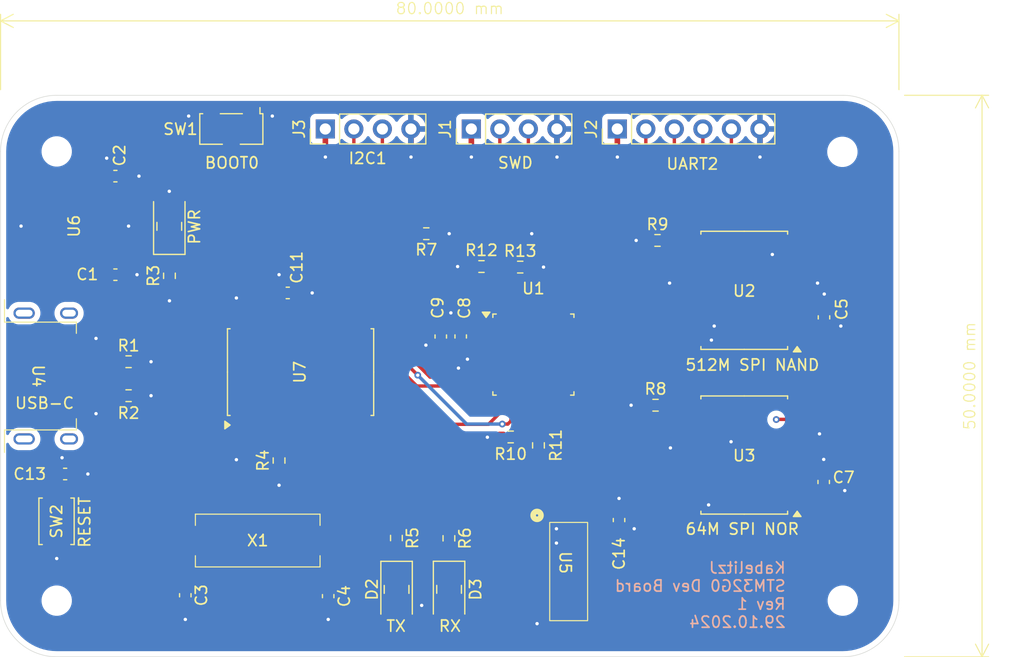
<source format=kicad_pcb>
(kicad_pcb (version 20240108) (generator "pcbnew") (generator_version "8.0")
  (layers (0 "F.Cu" signal) (1 "In1.Cu" signal) (2 "In2.Cu" signal) (31 "B.Cu" signal) (34 "B.Paste" user) (35 "F.Paste" user) (36 "B.SilkS" user "B.Silkscreen") (37 "F.SilkS" user "F.Silkscreen") (38 "B.Mask" user) (39 "F.Mask" user) (44 "Edge.Cuts" user))
  (net 0 "")
  (net 1 "GND")
  (net 2 "+3.3V")
  (net 3 "NRST")
  (net 4 "BOOT0")
  (net 9 "FLASH_CS")
  (net 19 "SWDIO")
  (net 20 "+5V_USB")
  (net 21 "USB_D+")
  (net 28 "SPI1_SCK")
  (net 29 "SPI1_MOSI")
  (net 30 "SPI1_MISO")
  (net 32 "/UART/RST")
  (net 33 "USB_D-")
  (net 34 "I2C1_SDA")
  (net 35 "I2C1_SCL")
  (net 36 "Net-(U3-HOLD(IO_{3}))")
  (net 37 "/UART/OSC1")
  (net 38 "/UART/OSC2")
  (net 39 "Net-(D2-A)")
  (net 40 "Net-(D3-A)")
  (net 41 "UART1_RX")
  (net 42 "UART1_RTS")
  (net 43 "UART1_CTS")
  (net 44 "UART1_TX")
  (net 45 "Net-(U2-HOLD(IO_{3}))")
  (net 46 "UART2_RTS")
  (net 47 "UART2_TX")
  (net 48 "UART2_RX")
  (net 49 "UART2_CTS")
  (net 62 "/UART/TX_LED")
  (net 63 "/UART/RX_LED")
  (net 64 "/POWER_SUPPLY/PWR_LED")
  (net 65 "/POWER_SUPPLY/CC")
  (net 66 "FLASH_NOR_CS")
  (net 67 "Net-(U6-IN)")
  (net 68 "/FLASH/SPI1_MISO")
  (footprint "Capacitor_SMD:C_0603_1608Metric" (layer "F.Cu") (at 163.325 99.775 90)
    (property "Reference" "C5")
    (property "Value" "220n")
  )
  (footprint "Resistor_SMD:R_0603_1608Metric" (layer "F.Cu") (at 148.325 107.6)
    (property "Reference" "R8")
    (property "Value" "10k")
  )
  (footprint "Resistor_SMD:R_0603_1608Metric" (layer "F.Cu") (at 105.04 96.075 90)
    (property "Reference" "R3")
    (property "Value" "2k2")
  )
  (footprint "Capacitor_SMD:C_0603_1608Metric" (layer "F.Cu") (at 95.75 113.725 180)
    (property "Reference" "C13")
    (property "Value" "C")
  )
  (footprint "Capacitor_SMD:C_0603_1608Metric" (layer "F.Cu") (at 106.45 124.52 -90)
    (property "Reference" "C3")
    (property "Value" "C")
  )
  (footprint "Capacitor_SMD:C_0603_1608Metric" (layer "F.Cu") (at 145.075 117.825 90)
    (property "Reference" "C14")
    (property "Value" "C")
  )
  (footprint "Connector_PinHeader_2.54mm:PinHeader_1x06_P2.54mm_Vertical" (layer "F.Cu") (at 144.92 83 90)
    (property "Reference" "J2")
    (property "Value" "Conn_01x06_Pin" (hide yes))
  )
  (footprint "Capacitor_SMD:C_0603_1608Metric" (layer "F.Cu") (at 100.225 95.975)
    (property "Reference" "C1")
    (property "Value" "1u")
  )
  (footprint "Resistor_SMD:R_0603_1608Metric" (layer "F.Cu") (at 135.425 110.425 180)
    (property "Reference" "R10")
    (property "Value" "56k")
  )
  (footprint "Connector_PinHeader_2.54mm:PinHeader_1x04_P2.54mm_Vertical" (layer "F.Cu") (at 118.92 83 90)
    (property "Reference" "J3")
    (property "Value" "Conn_01x04_Pin" (hide yes))
  )
  (footprint "Resistor_SMD:R_0603_1608Metric" (layer "F.Cu") (at 148.5 92.925)
    (property "Reference" "R9")
    (property "Value" "10k")
  )
  (footprint "Button_Switch_SMD:Nidec_Copal_CAS-120A" (layer "F.Cu") (at 110.55 83 -90)
    (property "Reference" "SW1")
    (property "Value" "SW_Nidec_CAS-120A1" (hide yes))
  )
  (footprint "LED_SMD:LED_PLCC-2_3x2mm_AK" (layer "F.Cu") (at 129.94 123.995 -90)
    (property "Reference" "D3")
    (property "Value" "LED")
  )
  (footprint "Capacitor_SMD:C_0603_1608Metric" (layer "F.Cu") (at 130.975 101.475 90)
    (property "Reference" "C8")
    (property "Value" "100u")
  )
  (footprint "MountingHole:MountingHole_2.2mm_M2" (layer "F.Cu") (at 164.964466 85.035534)
    (property "Reference" "H2" (hide yes))
    (property "Value" "MountingHole" (hide yes))
  )
  (footprint "Capacitor_SMD:C_0603_1608Metric" (layer "F.Cu") (at 163.3 114.435 90)
    (property "Reference" "C7")
    (property "Value" "220n")
  )
  (footprint "Resistor_SMD:R_0603_1608Metric" (layer "F.Cu") (at 129.925 119.45 -90)
    (property "Reference" "R6")
    (property "Value" "R")
  )
  (footprint "Capacitor_SMD:C_0603_1608Metric" (layer "F.Cu") (at 100.225 87.2)
    (property "Reference" "C2")
    (property "Value" "10u")
  )
  (footprint "LED_SMD:LED_PLCC-2_3x2mm_AK" (layer "F.Cu") (at 105.025 91.67 90)
    (property "Reference" "D1" (hide yes))
    (property "Value" "LED")
  )
  (footprint "Package_SO:SOIC-20W_7.5x12.8mm_P1.27mm" (layer "F.Cu") (at 116.715 104.65 90)
    (property "Reference" "U7")
    (property "Value" "MCP2200-I-SO")
  )
  (footprint "Resistor_SMD:R_0603_1608Metric" (layer "F.Cu") (at 125.25 119.425 -90)
    (property "Reference" "R5")
    (property "Value" "R")
  )
  (footprint "MountingHole:MountingHole_2.2mm_M2" (layer "F.Cu") (at 95 85)
    (property "Reference" "H1" (hide yes))
    (property "Value" "MountingHole" (hide yes))
  )
  (footprint "Resistor_SMD:R_0603_1608Metric" (layer "F.Cu") (at 101.4 106.75)
    (property "Reference" "R2")
    (property "Value" "5k1")
  )
  (footprint "custom:74AC14SCX" (layer "F.Cu") (at 140.575 122.41 -90)
    (property "Reference" "U5")
    (property "Value" "~")
  )
  (footprint "Package_SO:SOIC-16W_7.5x10.3mm_P1.27mm" (layer "F.Cu") (at 156.225 112.035 180)
    (property "Reference" "U3")
    (property "Value" "~")
  )
  (footprint "MountingHole:MountingHole_2.2mm_M2" (layer "F.Cu") (at 95 125)
    (property "Reference" "H4" (hide yes))
    (property "Value" "MountingHole" (hide yes))
  )
  (footprint "custom:73-XT49M1200-S" (layer "F.Cu") (at 112.9 119.65)
    (property "Reference" "X1")
    (property "Value" "12M")
  )
  (footprint "Resistor_SMD:R_0603_1608Metric" (layer "F.Cu") (at 137.9 111.175 90)
    (property "Reference" "R11")
    (property "Value" "22")
  )
  (footprint "Package_QFP:LQFP-32_7x7mm_P0.8mm" (layer "F.Cu") (at 137.45 103.09)
    (property "Reference" "U1")
    (property "Value" "STM32G0B0KETx")
  )
  (footprint "Connector_PinHeader_2.54mm:PinHeader_1x04_P2.54mm_Vertical" (layer "F.Cu") (at 131.92 83 90)
    (property "Reference" "J1")
    (property "Value" "Conn_01x04_Pin" (hide yes))
  )
  (footprint "Capacitor_SMD:C_0603_1608Metric" (layer "F.Cu") (at 119.175 124.6 -90)
    (property "Reference" "C4")
    (property "Value" "C")
  )
  (footprint "custom:TPS7B8333QDCYRQ1" (layer "F.Cu") (at 96.55 91.65 90)
    (property "Reference" "U6")
    (property "Value" "~")
  )
  (footprint "Button_Switch_SMD:SW_Push_SPST_NO_Alps_SKRK" (layer "F.Cu") (at 94.985 117.935 90)
    (property "Reference" "SW2")
    (property "Value" "SW_Push")
  )
  (footprint "Resistor_SMD:R_0603_1608Metric" (layer "F.Cu") (at 114.8 112.525 90)
    (property "Reference" "R4")
    (property "Value" "4k7")
  )
  (footprint "Resistor_SMD:R_0603_1608Metric" (layer "F.Cu") (at 101.4 103.725)
    (property "Reference" "R1")
    (property "Value" "5k1")
  )
  (footprint "custom:UJ20-C-H-C-MSMT-TR" (layer "F.Cu") (at 93.35 105 -90)
    (property "Reference" "U4")
    (property "Value" "~" (hide yes))
  )
  (footprint "LED_SMD:LED_PLCC-2_3x2mm_AK" (layer "F.Cu") (at 125.265 124 -90)
    (property "Reference" "D2")
    (property "Value" "LED")
  )
  (footprint "Resistor_SMD:R_0603_1608Metric" (layer "F.Cu") (at 136.275 95.3)
    (property "Reference" "R13")
    (property "Value" "5k1")
  )
  (footprint "Resistor_SMD:R_0603_1608Metric" (layer "F.Cu") (at 132.825 95.25 180)
    (property "Reference" "R12")
    (property "Value" "5k1")
  )
  (footprint "MountingHole:MountingHole_2.2mm_M2" (layer "F.Cu") (at 165 125)
    (property "Reference" "H3" (hide yes))
    (property "Value" "MountingHole" (hide yes))
  )
  (footprint "Package_SO:SOIC-16W_7.5x10.3mm_P1.27mm" (layer "F.Cu") (at 156.225 97.37 180)
    (property "Reference" "U2")
    (property "Value" "~")
  )
  (footprint "Resistor_SMD:R_0603_1608Metric" (layer "F.Cu") (at 127.91 92.325 180)
    (property "Reference" "R7")
    (property "Value" "10k")
  )
  (footprint "Capacitor_SMD:C_0603_1608Metric" (layer "F.Cu") (at 129.2 101.48 90)
    (property "Reference" "C9")
    (property "Value" "C")
  )
  (footprint "Capacitor_SMD:C_0603_1608Metric" (layer "F.Cu") (at 115.575 97.6)
    (property "Reference" "C11")
    (property "Value" "C")
  )
  (gr_line (start 95 80) (end 165 80) (stroke (width 0.05)) (layer "Edge.Cuts"))
  (gr_arc (start 90 85) (mid 91.464466 81.464466) (end 95 80) (stroke (width 0.05)) (layer "Edge.Cuts"))
  (gr_arc (start 95 130) (mid 91.464466 128.535534) (end 90 125) (stroke (width 0.05)) (layer "Edge.Cuts"))
  (gr_line (start 90 85) (end 90 125) (stroke (width 0.05)) (layer "Edge.Cuts"))
  (gr_line (start 170 125) (end 170 85) (stroke (width 0.05)) (layer "Edge.Cuts"))
  (gr_arc (start 170 125) (mid 168.535534 128.535534) (end 165 130) (stroke (width 0.05)) (layer "Edge.Cuts"))
  (gr_arc (start 165 80) (mid 168.535534 81.464466) (end 170 85) (stroke (width 0.05)) (layer "Edge.Cuts"))
  (gr_line (start 95 130) (end 165 130) (stroke (width 0.05)) (layer "Edge.Cuts"))
  (gr_text "KabelitzJ\nSTM32G0 Dev Board\nRev 1\n29.10.2024" (at 160 127.5 0) (layer "B.SilkS") (effects (font (size 1 1)) (justify left bottom mirror)))
  (gr_text "SWD" (at 134.2 86.6 0) (layer "F.SilkS") (effects (font (size 1 1)) (justify left bottom)))
  (gr_text "TX" (at 124.265 127.855 0) (layer "F.SilkS") (effects (font (size 1 1)) (justify left bottom)))
  (gr_text "PWR" (at 107.85 93.375 90) (layer "F.SilkS") (effects (font (size 1 1)) (justify left bottom)))
  (gr_text "64M SPI NOR" (at 150.9 119.21 0) (layer "F.SilkS") (effects (font (size 1 1)) (justify left bottom)))
  (gr_text "USB-C" (at 91.2 108 0) (layer "F.SilkS") (effects (font (size 1 1)) (justify left bottom)))
  (gr_text "RX" (at 128.94 127.85 0) (layer "F.SilkS") (effects (font (size 1 1)) (justify left bottom)))
  (gr_text "RESET" (at 98.075 120.375 90) (layer "F.SilkS") (effects (font (size 1 1)) (justify left bottom)))
  (gr_text "UART2" (at 149.2 86.7 0) (layer "F.SilkS") (effects (font (size 1 1)) (justify left bottom)))
  (gr_text "BOOT0" (at 108.1 86.6 0) (layer "F.SilkS") (effects (font (size 1 1)) (justify left bottom)))
  (gr_text "512M SPI NAND" (at 150.9 104.6 0) (layer "F.SilkS") (effects (font (size 1 1)) (justify left bottom)))
  (gr_text "I2C1\n" (at 120.9 86.2 0) (layer "F.SilkS") (effects (font (size 1 1)) (justify left bottom)))
  (dimension (type aligned) (layer "F.SilkS") (pts (xy 170 80) (xy 170 130)) (height -7.4) (gr_text "50,0000 mm" (at 176.3 105 90) (layer "F.SilkS") (effects (font (size 1 1) (thickness 0.1)))) (format (prefix "") (suffix "") (units 3) (units_format 1) (precision 4)) (style (thickness 0.1) (arrow_length 1.27) (text_position_mode 0) (extension_height 0.58642) (extension_offset 0.5) keep_text_aligned))
  (dimension (type aligned) (layer "F.SilkS") (pts (xy 90 80) (xy 170 80)) (height -6.625) (gr_text "80,0000 mm" (at 130 72.275 0) (layer "F.SilkS") (effects (font (size 1 1) (thickness 0.1)))) (format (prefix "") (suffix "") (units 3) (units_format 1) (precision 4)) (style (thickness 0.1) (arrow_length 1.27) (text_position_mode 0) (extension_height 0.58642) (extension_offset 0.5) keep_text_aligned))
  (segment (start 151.575 111.4) (end 149.65 111.4) (width 0.5) (layer "F.Cu") (net 1))
  (segment (start 93.65 91.65) (end 91.825 91.65) (width 0.5) (layer "F.Cu") (net 1))
  (segment (start 157.625 83.005) (end 157.62 83) (width 0.5) (layer "F.Cu") (net 1))
  (segment (start 160.875 96.735) (end 160.875 95.465) (width 0.5) (layer "F.Cu") (net 1))
  (segment (start 149.575 96.725) (end 151.565 96.725) (width 0.5) (layer "F.Cu") (net 1))
  (segment (start 163.3 113.66) (end 163.3 112.425) (width 0.5) (layer "F.Cu") (net 1))
  (segment (start 151.575 96.735) (end 151.575 98.005) (width 0.5) (layer "F.Cu") (net 1))
  (segment (start 160.875 112.67) (end 160.875 111.4) (width 0.5) (layer "F.Cu") (net 1))
  (segment (start 126.55 85.5) (end 126.55 83.01) (width 0.5) (layer "F.Cu") (net 1))
  (segment (start 102.325 87.2) (end 101 87.2) (width 0.5) (layer "F.Cu") (net 1))
  (segment (start 97.3 101.65) (end 98.5 101.65) (width 0.5) (layer "F.Cu") (net 1))
  (segment (start 160.875 111.4) (end 160.875 110.13) (width 0.5) (layer "F.Cu") (net 1))
  (segment (start 97.3 108.35) (end 97.3 108.177) (width 0.5) (layer "F.Cu") (net 1))
  (segment (start 97.3 101.65) (end 97.3 101.823) (width 0.5) (layer "F.Cu") (net 1))
  (segment (start 145.075 117.05) (end 145.075 115.9) (width 0.5) (layer "F.Cu") (net 1))
  (segment (start 162.74 96.735) (end 162.75 96.725) (width 0.5) (layer "F.Cu") (net 1))
  (segment (start 151.575 98.005) (end 151.575 99.275) (width 0.5) (layer "F.Cu") (net 1))
  (segment (start 151.575 113.94) (end 151.575 112.67) (width 0.5) (layer "F.Cu") (net 1))
  (segment (start 102.225 103.725) (end 103.4 103.725) (width 0.5) (layer "F.Cu") (net 1))
  (segment (start 139.55 83.01) (end 139.54 83) (width 0.5) (layer "F.Cu") (net 1))
  (segment (start 119.1775 125.3775) (end 119.175 125.375) (width 0.5) (layer "F.Cu") (net 1))
  (segment (start 125.265 125.425) (end 127.5 125.425) (width 0.5) (layer "F.Cu") (net 1))
  (segment (start 151.575 96.735) (end 151.575 95.465) (width 0.5) (layer "F.Cu") (net 1))
  (segment (start 111 98.05) (end 111 100) (width 0.5) (layer "F.Cu") (net 1))
  (segment (start 99.45 91.65) (end 101.4 91.65) (width 0.5) (layer "F.Cu") (net 1))
  (segment (start 160.875 98.005) (end 160.875 96.735) (width 0.5) (layer "F.Cu") (net 1))
  (segment (start 151.565 96.725) (end 151.575 96.735) (width 0.5) (layer "F.Cu") (net 1))
  (segment (start 157.625 85.5) (end 157.625 83.005) (width 0.5) (layer "F.Cu") (net 1))
  (segment (start 102.175 103.725) (end 102.173 103.723) (width 0.5) (layer "F.Cu") (net 1))
  (segment (start 129.2 100.275) (end 130.1 99.375) (width 0.5) (layer "F.Cu") (net 1))
  (segment (start 97.775 113.725) (end 96.525 113.725) (width 0.5) (layer "F.Cu") (net 1))
  (segment (start 160.875 110.13) (end 162.905 110.13) (width 0.5) (layer "F.Cu") (net 1))
  (segment (start 102.225 106.75) (end 103.4 106.75) (width 0.5) (layer "F.Cu") (net 1))
  (segment (start 162.905 110.13) (end 162.925 110.15) (width 0.5) (layer "F.Cu") (net 1))
  (segment (start 94.985 121.235) (end 95 121.25) (width 0.5) (layer "F.Cu") (net 1))
  (segment (start 119.1775 126.675) (end 119.1775 125.3775) (width 0.5) (layer "F.Cu") (net 1))
  (segment (start 129.935 125.425) (end 129.94 125.42) (width 0.5) (layer "F.Cu") (net 1))
  (segment (start 151.575 95.465) (end 151.575 94.195) (width 0.5) (layer "F.Cu") (net 1))
  (segment (start 94.985 120.035) (end 94.985 121.235) (width 0.5) (layer "F.Cu") (net 1))
  (segment (start 151.575 110.13) (end 151.575 108.86) (width 0.5) (layer "F.Cu") (net 1))
  (segment (start 151.575 111.4) (end 151.575 110.13) (width 0.5) (layer "F.Cu") (net 1))
  (segment (start 137.775 126.22) (end 137.775 127.05) (width 0.5) (layer "F.Cu") (net 1))
  (segment (start 163.35 98.975) (end 163.325 99) (width 0.5) (layer "F.Cu") (net 1))
  (segment (start 126.55 83.01) (end 126.54 83) (width 0.5) (layer "F.Cu") (net 1))
  (segment (start 129.205 100.7) (end 129.2 100.705) (width 0.5) (layer "F.Cu") (net 1))
  (segment (start 112.3 81.85) (end 114.2 81.85) (width 0.5) (layer "F.Cu") (net 1))
  (segment (start 133.275 103.49) (end 131.585 103.49) (width 0.5) (layer "F.Cu") (net 1))
  (segment (start 130.975 100.7) (end 130.975 100.25) (width 0.5) (layer "F.Cu") (net 1))
  (segment (start 105.025 90.245) (end 105.025 88.55) (width 0.5) (layer "F.Cu") (net 1))
  (segment (start 101 95.975) (end 102.15 95.975) (width 0.5) (layer "F.Cu") (net 1))
  (segment (start 130.975 100.25) (end 130.1 99.375) (width 0.5) (layer "F.Cu") (net 1))
  (segment (start 160.875 99.275) (end 160.875 98.005) (width 0.5) (layer "F.Cu") (net 1))
  (segment (start 127.5 125.425) (end 129.935 125.425) (width 0.5) (layer "F.Cu") (net 1))
  (segment (start 97.3 108.35) (end 98.5 108.35) (width 0.5) (layer "F.Cu") (net 1))
  (segment (start 160.875 96.735) (end 162.74 96.735) (width 0.5) (layer "F.Cu") (net 1))
  (segment (start 129.2 100.705) (end 129.2 100.275) (width 0.5) (layer "F.Cu") (net 1))
  (segment (start 106.45 125.295) (end 106.45 126.6725) (width 0.5) (layer "F.Cu") (net 1))
  (segment (start 106.45 126.6725) (end 106.4525 126.675) (width 0.5) (layer "F.Cu") (net 1))
  (segment (start 131.585 103.49) (end 131.575 103.5) (width 0.5) (layer "F.Cu") (net 1))
  (segment (start 116.35 97.6) (end 117.75 97.6) (width 0.5) (layer "F.Cu") (net 1))
  (segment (start 139.55 85.5) (end 139.55 83.01) (width 0.5) (layer "F.Cu") (net 1))
  (segment (start 151.575 111.4) (end 151.575 112.67) (width 0.5) (layer "F.Cu") (net 1))
  (segment (start 163.35 97.7) (end 163.35 98.975) (width 0.5) (layer "F.Cu") (net 1))
  (via (at 130.1 99.375) (size 0.6) (drill 0.3) (layers "F.Cu" "B.Cu") (net 1))
  (via (at 162.925 110.15) (size 0.6) (drill 0.3) (layers "F.Cu" "B.Cu") (net 1))
  (via (at 162.75 96.725) (size 0.6) (drill 0.3) (layers "F.Cu" "B.Cu") (net 1))
  (via (at 111 98.05) (size 0.6) (drill 0.3) (layers "F.Cu" "B.Cu") (net 1))
  (via (at 137.775 127.05) (size 0.6) (drill 0.3) (layers "F.Cu" "B.Cu") (net 1))
  (via (at 114.2 81.85) (size 0.6) (drill 0.3) (layers "F.Cu" "B.Cu") (net 1))
  (via (at 106.4525 126.675) (size 0.6) (drill 0.3) (layers "F.Cu" "B.Cu") (net 1))
  (via (at 97.775 113.725) (size 0.6) (drill 0.3) (layers "F.Cu" "B.Cu") (net 1))
  (via (at 145.075 115.9) (size 0.6) (drill 0.3) (layers "F.Cu" "B.Cu") (net 1))
  (via (at 102.15 95.975) (size 0.6) (drill 0.3) (layers "F.Cu" "B.Cu") (net 1))
  (via (at 98.5 108.35) (size 0.6) (drill 0.3) (layers "F.Cu" "B.Cu") (net 1))
  (via (at 103.4 106.75) (size 0.6) (drill 0.3) (layers "F.Cu" "B.Cu") (net 1))
  (via (at 163.35 97.7) (size 0.6) (drill 0.3) (layers "F.Cu" "B.Cu") (net 1))
  (via (at 102.325 87.2) (size 0.6) (drill 0.3) (layers "F.Cu" "B.Cu") (net 1))
  (via (at 98.5 101.65) (size 0.6) (drill 0.3) (layers "F.Cu" "B.Cu") (net 1))
  (via (at 157.625 85.5) (size 0.6) (drill 0.3) (layers "F.Cu" "B.Cu") (net 1))
  (via (at 101.4 91.65) (size 0.6) (drill 0.3) (layers "F.Cu" "B.Cu") (net 1))
  (via (at 117.75 97.6) (size 0.6) (drill 0.3) (layers "F.Cu" "B.Cu") (net 1))
  (via (at 127.5 125.425) (size 0.6) (drill 0.3) (layers "F.Cu" "B.Cu") (net 1))
  (via (at 103.4 103.725) (size 0.6) (drill 0.3) (layers "F.Cu" "B.Cu") (net 1))
  (via (at 149.575 96.725) (size 0.6) (drill 0.3) (layers "F.Cu" "B.Cu") (net 1))
  (via (at 95 121.25) (size 0.6) (drill 0.3) (layers "F.Cu" "B.Cu") (net 1))
  (via (at 105.025 88.55) (size 0.6) (drill 0.3) (layers "F.Cu" "B.Cu") (net 1))
  (via (at 163.3 112.425) (size 0.6) (drill 0.3) (layers "F.Cu" "B.Cu") (net 1))
  (via (at 149.65 111.4) (size 0.6) (drill 0.3) (layers "F.Cu" "B.Cu") (net 1))
  (via (at 119.1775 126.675) (size 0.6) (drill 0.3) (layers "F.Cu" "B.Cu") (net 1))
  (via (at 91.825 91.65) (size 0.6) (drill 0.3) (layers "F.Cu" "B.Cu") (net 1))
  (via (at 139.55 85.5) (size 0.6) (drill 0.3) (layers "F.Cu" "B.Cu") (net 1))
  (via (at 126.55 85.5) (size 0.6) (drill 0.3) (layers "F.Cu" "B.Cu") (net 1))
  (via (at 131.575 103.5) (size 0.6) (drill 0.3) (layers "F.Cu" "B.Cu") (net 1))
  (segment (start 147.675 92.925) (end 146.6 92.925) (width 0.5) (layer "F.Cu") (net 2))
  (segment (start 134.6 110.45) (end 133.35 110.45) (width 0.3) (layer "F.Cu") (net 2))
  (segment (start 114.8 95.975) (end 114.8 97.6) (width 0.5) (layer "F.Cu") (net 2))
  (segment (start 132 95.25) (end 130.7 95.25) (width 0.5) (layer "F.Cu") (net 2))
  (segment (start 163.3 115.21) (end 160.875 115.21) (width 0.5) (layer "F.Cu") (net 2))
  (segment (start 105.04 98.3) (end 105.04 96.9) (width 0.5) (layer "F.Cu") (net 2))
  (segment (start 144.925 83.005) (end 144.92 83) (width 0.5) (layer "F.Cu") (net 2))
  (segment (start 165.175 115.2) (end 163.31 115.2) (width 0.5) (layer "F.Cu") (net 2))
  (segment (start 132.19 102.69) (end 133.275 102.69) (width 0.5) (layer "F.Cu") (net 2))
  (segment (start 99.45 89.35) (end 99.45 87.2) (width 0.5) (layer "F.Cu") (net 2))
  (segment (start 137.1 95.3) (end 138.35 95.3) (width 0.5) (layer "F.Cu") (net 2))
  (segment (start 130.975 102.25) (end 131.75 102.25) (width 0.5) (layer "F.Cu") (net 2))
  (segment (start 130.97 102.255) (end 130.975 102.25) (width 0.5) (layer "F.Cu") (net 2))
  (segment (start 164.825 100.55) (end 163.325 100.55) (width 0.5) (layer "F.Cu") (net 2))
  (segment (start 129.2 102.255) (end 130.97 102.255) (width 0.5) (layer "F.Cu") (net 2))
  (segment (start 131.925 83.005) (end 131.92 83) (width 0.5) (layer "F.Cu") (net 2))
  (segment (start 163.325 100.55) (end 160.88 100.55) (width 0.5) (layer "F.Cu") (net 2))
  (segment (start 144.925 85.5) (end 144.925 83.005) (width 0.5) (layer "F.Cu") (net 2))
  (segment (start 163.31 115.2) (end 163.3 115.21) (width 0.5) (layer "F.Cu") (net 2))
  (segment (start 131.75 102.25) (end 132.19 102.69) (width 0.5) (layer "F.Cu") (net 2))
  (segment (start 111 112.45) (end 111 109.3) (width 0.5) (layer "F.Cu") (net 2))
  (segment (start 114.8 99.99) (end 114.81 100) (width 0.5) (layer "F.Cu") (net 2))
  (segment (start 146.425 118.6) (end 145.075 118.6) (width 0.5) (layer "F.Cu") (net 2))
  (segment (start 106.75 81.85) (end 108.8 81.85) (width 0.5) (layer "F.Cu") (net 2))
  (segment (start 146.15 107.6) (end 147.5 107.6) (width 0.5) (layer "F.Cu") (net 2))
  (segment (start 114.8 114.725) (end 114.8 113.35) (width 0.5) (layer "F.Cu") (net 2))
  (segment (start 129.2 102.255) (end 127.88 102.255) (width 0.5) (layer "F.Cu") (net 2))
  (segment (start 131.925 85.5) (end 131.925 83.005) (width 0.5) (layer "F.Cu") (net 2))
  (segment (start 118.925 83.005) (end 118.92 83) (width 0.5) (layer "F.Cu") (net 2))
  (segment (start 160.88 100.55) (end 160.875 100.545) (width 0.5) (layer "F.Cu") (net 2))
  (segment (start 145.075 118.6) (end 143.575 118.6) (width 0.5) (layer "F.Cu") (net 2))
  (segment (start 143.425 118.55) (end 143.375 118.6) (width 0.5) (layer "F.Cu") (net 2))
  (segment (start 99.45 87.2) (end 99.45 85.6) (width 0.5) (layer "F.Cu") (net 2))
  (segment (start 118.925 85.5) (end 118.925 83.005) (width 0.5) (layer "F.Cu") (net 2))
  (segment (start 114.8 97.6) (end 114.8 99.99) (width 0.5) (layer "F.Cu") (net 2))
  (segment (start 127.88 102.255) (end 127.875 102.25) (width 0.5) (layer "F.Cu") (net 2))
  (via blind (at 105.04 98.3) (size 0.6) (drill 0.3) (layers "F.Cu" "In2.Cu") (net 2))
  (via blind (at 164.825 100.55) (size 0.6) (drill 0.3) (layers "F.Cu" "In2.Cu") (net 2))
  (via blind (at 130.7 95.25) (size 0.6) (drill 0.3) (layers "F.Cu" "In2.Cu") (net 2))
  (via blind (at 114.8 114.725) (size 0.6) (drill 0.3) (layers "F.Cu" "In2.Cu") (net 2))
  (via blind (at 127.875 102.25) (size 0.6) (drill 0.3) (layers "F.Cu" "In2.Cu") (net 2))
  (via blind (at 144.925 85.5) (size 0.6) (drill 0.3) (layers "F.Cu" "In2.Cu") (net 2))
  (via blind (at 133.35 110.45) (size 0.6) (drill 0.3) (layers "F.Cu" "In2.Cu") (net 2))
  (via blind (at 114.8 95.975) (size 0.6) (drill 0.3) (layers "F.Cu" "In2.Cu") (net 2))
  (via blind (at 131.925 85.5) (size 0.6) (drill 0.3) (layers "F.Cu" "In2.Cu") (net 2))
  (via blind (at 146.425 118.6) (size 0.6) (drill 0.3) (layers "F.Cu" "In2.Cu") (net 2))
  (via blind (at 99.45 85.6) (size 0.6) (drill 0.3) (layers "F.Cu" "In2.Cu") (net 2))
  (via blind (at 165.175 115.2) (size 0.6) (drill 0.3) (layers "F.Cu" "In2.Cu") (net 2))
  (via blind (at 146.15 107.6) (size 0.6) (drill 0.3) (layers "F.Cu" "In2.Cu") (net 2))
  (via blind (at 111 112.45) (size 0.6) (drill 0.3) (layers "F.Cu" "In2.Cu") (net 2))
  (via blind (at 138.35 95.3) (size 0.6) (drill 0.3) (layers "F.Cu" "In2.Cu") (net 2))
  (via blind (at 106.75 81.85) (size 0.6) (drill 0.3) (layers "F.Cu" "In2.Cu") (net 2))
  (via blind (at 118.925 85.5) (size 0.6) (drill 0.3) (layers "F.Cu" "In2.Cu") (net 2))
  (via blind (at 146.6 92.925) (size 0.6) (drill 0.3) (layers "F.Cu" "In2.Cu") (net 2))
  (segment (start 94.985 113.735) (end 94.975 113.725) (width 0.5) (layer "F.Cu") (net 3))
  (segment (start 94.975 113.725) (end 94.975 112.775) (width 0.3) (layer "F.Cu") (net 3))
  (segment (start 94.975 112.775) (end 95.475 112.275) (width 0.3) (layer "F.Cu") (net 3))
  (segment (start 130.775 104.295) (end 133.27 104.295) (width 0.3) (layer "F.Cu") (net 3))
  (segment (start 94.985 115.835) (end 94.985 113.735) (width 0.3) (layer "F.Cu") (net 3))
  (segment (start 133.27 104.295) (end 133.275 104.29) (width 0.5) (layer "F.Cu") (net 3))
  (via blind (at 130.775 104.295) (size 0.6) (drill 0.3) (layers "F.Cu" "In1.Cu") (net 3))
  (via blind (at 95.475 112.275) (size 0.6) (drill 0.3) (layers "F.Cu" "In1.Cu") (net 3))
  (segment (start 110.55 86) (end 116.875 92.325) (width 0.3) (layer "F.Cu") (net 4))
  (segment (start 134.46 83) (end 134.46 89.485) (width 0.3) (layer "F.Cu") (net 4))
  (segment (start 110.55 84.15) (end 110.55 86) (width 0.3) (layer "F.Cu") (net 4))
  (segment (start 127.085 92.325) (end 116.875 92.325) (width 0.3) (layer "F.Cu") (net 4))
  (segment (start 140.25 97.32) (end 140.25 95.275) (width 0.3) (layer "F.Cu") (net 4))
  (segment (start 138.825 93.85) (end 137.3 92.325) (width 0.3) (layer "F.Cu") (net 4))
  (segment (start 134.46 89.485) (end 137.3 92.325) (width 0.3) (layer "F.Cu") (net 4))
  (segment (start 140.25 97.32) (end 140.25 98.915) (width 0.3) (layer "F.Cu") (net 4))
  (segment (start 128.735 92.325) (end 129.95 92.325) (width 0.3) (layer "F.Cu") (net 4))
  (segment (start 140.25 95.275) (end 138.825 93.85) (width 0.3) (layer "F.Cu") (net 4))
  (via blind (at 137.3 92.325) (size 0.6) (drill 0.3) (layers "F.Cu" "In1.Cu") (net 4))
  (via blind (at 129.95 92.325) (size 0.6) (drill 0.3) (layers "F.Cu" "In1.Cu") (net 4))
  (segment (start 136.25 107.265) (end 136.25 110.425) (width 0.3) (layer "F.Cu") (net 9))
  (segment (start 136.25 110.425) (end 136.25 117.075) (width 0.3) (layer "F.Cu") (net 9))
  (segment (start 136.25 117.075) (end 137.775 118.6) (width 0.3) (layer "F.Cu") (net 9))
  (segment (start 160.855 94.175) (end 160.875 94.195) (width 0.3) (layer "F.Cu") (net 9))
  (segment (start 158.725 94.175) (end 160.855 94.175) (width 0.3) (layer "F.Cu") (net 9))
  (segment (start 137.775 118.6) (end 139.5 118.6) (width 0.3) (layer "F.Cu") (net 9))
  (via blind (at 158.725 94.175) (size 0.6) (drill 0.3) (layers "F.Cu" "In1.Cu") (net 9))
  (via blind (at 139.5 118.6) (size 0.6) (drill 0.3) (layers "F.Cu" "In1.Cu") (net 9))
  (segment (start 141.625 95.075) (end 137 90.45) (width 0.3) (layer "F.Cu") (net 19))
  (segment (start 137 90.45) (end 137 83) (width 0.3) (layer "F.Cu") (net 19))
  (segment (start 141.625 100.29) (end 141.625 95.075) (width 0.3) (layer "F.Cu") (net 19))
  (segment (start 96.673 107.423) (end 97.3 107.423) (width 0.5) (layer "F.Cu") (net 20))
  (segment (start 95.571 103.84659) (end 95.571 106.321) (width 0.5) (layer "F.Cu") (net 20))
  (segment (start 96.66759 102.75) (end 95.571 103.84659) (width 0.5) (layer "F.Cu") (net 20))
  (segment (start 95.571 106.321) (end 96.627 107.377) (width 0.5) (layer "F.Cu") (net 20))
  (segment (start 99.45 95.975) (end 99.45 93.95) (width 0.5) (layer "F.Cu") (net 20))
  (segment (start 97.3 102.75) (end 98.460661 102.75) (width 0.5) (layer "F.Cu") (net 20))
  (segment (start 99.45 101.760661) (end 99.45 95.975) (width 0.5) (layer "F.Cu") (net 20))
  (segment (start 97.3 102.75) (end 97.3 102.45) (width 0.5) (layer "F.Cu") (net 20))
  (segment (start 98.460661 102.75) (end 99.45 101.760661) (width 0.5) (layer "F.Cu") (net 20))
  (segment (start 97.3 107.55) (end 97.3 107.377) (width 0.5) (layer "F.Cu") (net 20))
  (segment (start 96.627 107.377) (end 97.3 107.377) (width 0.5) (layer "F.Cu") (net 20))
  (segment (start 96.66759 102.75) (end 97.3 102.75) (width 0.5) (layer "F.Cu") (net 20))
  (segment (start 105.849266 105.55) (end 108.875 102.524266) (width 0.3) (layer "F.Cu") (net 21))
  (segment (start 108.875 102.524266) (end 108.875 98.674266) (width 0.3) (layer "F.Cu") (net 21))
  (segment (start 110.574266 96.975) (end 111.875734 96.975) (width 0.3) (layer "F.Cu") (net 21))
  (segment (start 112.275 99.995) (end 112.27 100) (width 0.3) (layer "F.Cu") (net 21))
  (segment (start 96.421131 105.75) (end 96.098 105.426869) (width 0.3) (layer "F.Cu") (net 21))
  (segment (start 99.585364 105.75) (end 99.785364 105.55) (width 0.3) (layer "F.Cu") (net 21))
  (segment (start 99.785364 105.55) (end 105.849266 105.55) (width 0.3) (layer "F.Cu") (net 21))
  (segment (start 97.3 105.75) (end 96.421131 105.75) (width 0.3) (layer "F.Cu") (net 21))
  (segment (start 97.3 105.75) (end 99.585364 105.75) (width 0.3) (layer "F.Cu") (net 21))
  (segment (start 96.421131 104.75) (end 97.3 104.75) (width 0.3) (layer "F.Cu") (net 21))
  (segment (start 111.875734 96.975) (end 112.275 97.374266) (width 0.3) (layer "F.Cu") (net 21))
  (segment (start 96.098 105.073131) (end 96.421131 104.75) (width 0.3) (layer "F.Cu") (net 21))
  (segment (start 96.098 105.426869) (end 96.098 105.073131) (width 0.3) (layer "F.Cu") (net 21))
  (segment (start 108.875 98.674266) (end 110.574266 96.975) (width 0.3) (layer "F.Cu") (net 21))
  (segment (start 112.275 97.374266) (end 112.275 99.995) (width 0.3) (layer "F.Cu") (net 21))
  (segment (start 151.575 116.48) (end 153.045 116.48) (width 0.3) (layer "F.Cu") (net 28))
  (segment (start 153.3 101.8) (end 151.59 101.8) (width 0.3) (layer "F.Cu") (net 28))
  (segment (start 151.57 116.475) (end 151.575 116.48) (width 0.3) (layer "F.Cu") (net 28))
  (segment (start 145.95 114.1) (end 148.325 116.475) (width 0.3) (layer "F.Cu") (net 28))
  (segment (start 140 114.1) (end 145.95 114.1) (width 0.3) (layer "F.Cu") (net 28))
  (segment (start 137.05 107.265) (end 137.05 109.5) (width 0.3) (layer "F.Cu") (net 28))
  (segment (start 137.05 109.5) (end 137.9 110.35) (width 0.3) (layer "F.Cu") (net 28))
  (segment (start 151.59 101.8) (end 151.575 101.815) (width 0.3) (layer "F.Cu") (net 28))
  (segment (start 137.9 112) (end 140 114.1) (width 0.3) (layer "F.Cu") (net 28))
  (segment (start 153.045 116.48) (end 153.05 116.475) (width 0.3) (layer "F.Cu") (net 28))
  (segment (start 148.325 116.475) (end 151.57 116.475) (width 0.3) (layer "F.Cu") (net 28))
  (via blind (at 153.05 116.475) (size 0.6) (drill 0.3) (layers "F.Cu" "In1.Cu") (net 28))
  (via blind (at 153.3 101.8) (size 0.6) (drill 0.3) (layers "F.Cu" "In1.Cu") (net 28))
  (segment (start 137.85 108.6) (end 142.15 112.9) (width 0.3) (layer "F.Cu") (net 29))
  (segment (start 146.45 112.9) (end 148.76 115.21) (width 0.3) (layer "F.Cu") (net 29))
  (segment (start 155.05 112.75) (end 155.05 110.85) (width 0.3) (layer "F.Cu") (net 29))
  (segment (start 153.55 100.55) (end 151.58 100.55) (width 0.3) (layer "F.Cu") (net 29))
  (segment (start 142.15 112.9) (end 146.45 112.9) (width 0.3) (layer "F.Cu") (net 29))
  (segment (start 152.599999 115.21) (end 154.85 112.959999) (width 0.3) (layer "F.Cu") (net 29))
  (segment (start 151.58 100.55) (end 151.575 100.545) (width 0.3) (layer "F.Cu") (net 29))
  (segment (start 154.85 112.959999) (end 154.85 112.95) (width 0.3) (layer "F.Cu") (net 29))
  (segment (start 151.575 115.21) (end 152.599999 115.21) (width 0.3) (layer "F.Cu") (net 29))
  (segment (start 148.76 115.21) (end 151.575 115.21) (width 0.3) (layer "F.Cu") (net 29))
  (segment (start 154.85 112.95) (end 155.05 112.75) (width 0.3) (layer "F.Cu") (net 29))
  (segment (start 137.85 107.265) (end 137.85 108.6) (width 0.3) (layer "F.Cu") (net 29))
  (via blind (at 155.05 110.85) (size 0.6) (drill 0.3) (layers "F.Cu" "In1.Cu") (net 29))
  (via blind (at 153.55 100.55) (size 0.6) (drill 0.3) (layers "F.Cu" "In1.Cu") (net 29))
  (segment (start 138.65 108.014999) (end 139.685001 109.05) (width 0.3) (layer "F.Cu") (net 30))
  (segment (start 142.6 109.05) (end 146.475 105.175) (width 0.3) (layer "F.Cu") (net 30))
  (segment (start 138.65 107.265) (end 138.65 108.014999) (width 0.3) (layer "F.Cu") (net 30))
  (segment (start 164.36 107.59) (end 166.175 105.775) (width 0.3) (layer "F.Cu") (net 30))
  (segment (start 158.99 107.59) (end 160.875 107.59) (width 0.3) (layer "F.Cu") (net 30))
  (segment (start 160.875 107.59) (end 164.36 107.59) (width 0.3) (layer "F.Cu") (net 30))
  (segment (start 146.475 105.175) (end 156.575 105.175) (width 0.3) (layer "F.Cu") (net 30))
  (segment (start 156.575 105.175) (end 158.99 107.59) (width 0.3) (layer "F.Cu") (net 30))
  (segment (start 139.685001 109.05) (end 142.6 109.05) (width 0.3) (layer "F.Cu") (net 30))
  (segment (start 166.175 96.1) (end 163 92.925) (width 0.3) (layer "F.Cu") (net 30))
  (segment (start 166.175 105.775) (end 166.175 96.1) (width 0.3) (layer "F.Cu") (net 30))
  (segment (start 163 92.925) (end 160.875 92.925) (width 0.3) (layer "F.Cu") (net 30))
  (segment (start 114.8 109.31) (end 114.81 109.3) (width 0.5) (layer "F.Cu") (net 32))
  (segment (start 114.8 111.7) (end 114.8 109.31) (width 0.5) (layer "F.Cu") (net 32))
  (segment (start 110.325734 96.375) (end 112.124266 96.375) (width 0.3) (layer "F.Cu") (net 33))
  (segment (start 98.602 104.75) (end 99.585364 104.75) (width 0.3) (layer "F.Cu") (net 33))
  (segment (start 105.600734 104.95) (end 108.275 102.275734) (width 0.3) (layer "F.Cu") (net 33))
  (segment (start 113.525 99.985) (end 113.54 100) (width 0.3) (layer "F.Cu") (net 33))
  (segment (start 98.602 104.75) (end 98.102 104.25) (width 0.3) (layer "F.Cu") (net 33))
  (segment (start 98.102 105.25) (end 98.602 104.75) (width 0.3) (layer "F.Cu") (net 33))
  (segment (start 112.124266 96.375) (end 113.525 97.775734) (width 0.3) (layer "F.Cu") (net 33))
  (segment (start 97.3 105.25) (end 98.102 105.25) (width 0.3) (layer "F.Cu") (net 33))
  (segment (start 108.275 102.275734) (end 108.275 98.425734) (width 0.3) (layer "F.Cu") (net 33))
  (segment (start 98.102 104.25) (end 97.3 104.25) (width 0.3) (layer "F.Cu") (net 33))
  (segment (start 113.525 97.775734) (end 113.525 99.985) (width 0.3) (layer "F.Cu") (net 33))
  (segment (start 99.585364 104.75) (end 99.785364 104.95) (width 0.3) (layer "F.Cu") (net 33))
  (segment (start 108.275 98.425734) (end 110.325734 96.375) (width 0.3) (layer "F.Cu") (net 33))
  (segment (start 99.785364 104.95) (end 105.600734 104.95) (width 0.3) (layer "F.Cu") (net 33))
  (segment (start 135.45 92.6) (end 130.9 88.05) (width 0.3) (layer "F.Cu") (net 34))
  (segment (start 135.45 95.3) (end 135.45 92.6) (width 0.3) (layer "F.Cu") (net 34))
  (segment (start 135.45 98.915) (end 135.45 95.3) (width 0.3) (layer "F.Cu") (net 34))
  (segment (start 130.9 88.05) (end 126.3 88.05) (width 0.3) (layer "F.Cu") (net 34))
  (segment (start 124 85.75) (end 124 83) (width 0.3) (layer "F.Cu") (net 34))
  (segment (start 126.3 88.05) (end 124 85.75) (width 0.3) (layer "F.Cu") (net 34))
  (segment (start 134.65 98.915) (end 134.65 97.65) (width 0.3) (layer "F.Cu") (net 35))
  (segment (start 133.65 96.65) (end 133.65 95.25) (width 0.3) (layer "F.Cu") (net 35))
  (segment (start 123.3 89.6) (end 121.8 88.1) (width 0.3) (layer "F.Cu") (net 35))
  (segment (start 121.8 88.1) (end 121.8 88.05) (width 0.3) (layer "F.Cu") (net 35))
  (segment (start 134.65 97.65) (end 133.65 96.65) (width 0.3) (layer "F.Cu") (net 35))
  (segment (start 133.65 95.25) (end 133.65 93.15) (width 0.3) (layer "F.Cu") (net 35))
  (segment (start 130.1 89.6) (end 123.3 89.6) (width 0.3) (layer "F.Cu") (net 35))
  (segment (start 121.46 87.71) (end 121.46 83) (width 0.3) (layer "F.Cu") (net 35))
  (segment (start 121.8 88.05) (end 121.46 87.71) (width 0.3) (layer "F.Cu") (net 35))
  (segment (start 133.65 93.15) (end 130.1 89.6) (width 0.3) (layer "F.Cu") (net 35))
  (segment (start 160.875 116.48) (end 159.850001 116.48) (width 0.5) (layer "F.Cu") (net 36))
  (segment (start 149.66 107.59) (end 151.575 107.59) (width 0.5) (layer "F.Cu") (net 36))
  (segment (start 156.175 109.075) (end 154.69 107.59) (width 0.5) (layer "F.Cu") (net 36))
  (segment (start 159.850001 116.48) (end 156.175 112.804999) (width 0.5) (layer "F.Cu") (net 36))
  (segment (start 149.15 107.6) (end 149.65 107.6) (width 0.5) (layer "F.Cu") (net 36))
  (segment (start 149.65 107.6) (end 149.66 107.59) (width 0.5) (layer "F.Cu") (net 36))
  (segment (start 154.69 107.59) (end 151.575 107.59) (width 0.5) (layer "F.Cu") (net 36))
  (segment (start 156.175 112.804999) (end 156.175 109.075) (width 0.5) (layer "F.Cu") (net 36))
  (segment (start 112.27 115.505) (end 112.27 109.3) (width 0.3) (layer "F.Cu") (net 37))
  (segment (start 106.45 123.745) (end 106.45 121.325) (width 0.3) (layer "F.Cu") (net 37))
  (segment (start 106.45 121.325) (end 108.125 119.65) (width 0.3) (layer "F.Cu") (net 37))
  (segment (start 108.125 119.65) (end 112.27 115.505) (width 0.3) (layer "F.Cu") (net 37))
  (segment (start 119.175 121.15) (end 117.675 119.65) (width 0.3) (layer "F.Cu") (net 38))
  (segment (start 117.675 119.65) (end 113.54 115.515) (width 0.3) (layer "F.Cu") (net 38))
  (segment (start 113.54 115.515) (end 113.54 109.3) (width 0.3) (layer "F.Cu") (net 38))
  (segment (start 119.175 123.825) (end 119.175 121.15) (width 0.3) (layer "F.Cu") (net 38))
  (segment (start 125.25 120.25) (end 125.25 122.56) (width 0.5) (layer "F.Cu") (net 39))
  (segment (start 125.25 122.56) (end 125.265 122.575) (width 0.5) (layer "F.Cu") (net 39))
  (segment (start 129.94 122.57) (end 129.94 120.29) (width 0.5) (layer "F.Cu") (net 40))
  (segment (start 129.94 120.29) (end 129.925 120.275) (width 0.5) (layer "F.Cu") (net 40))
  (segment (start 144.625 101.325) (end 144.625 90.025) (width 0.3) (layer "F.Cu") (net 41))
  (segment (start 141.625 102.69) (end 143.26 102.69) (width 0.3) (layer "F.Cu") (net 41))
  (segment (start 152.54 84.765) (end 152.54 83) (width 0.3) (layer "F.Cu") (net 41))
  (segment (start 152.55 85.025) (end 152.55 84.775) (width 0.3) (layer "F.Cu") (net 41))
  (segment (start 143.26 102.69) (end 144.625 101.325) (width 0.3) (layer "F.Cu") (net 41))
  (segment (start 144.625 90.025) (end 148.15 86.5) (width 0.3) (layer "F.Cu") (net 41))
  (segment (start 148.15 86.5) (end 151.075 86.5) (width 0.3) (layer "F.Cu") (net 41))
  (segment (start 152.55 84.775) (end 152.54 84.765) (width 0.3) (layer "F.Cu") (net 41))
  (segment (start 151.075 86.5) (end 152.55 85.025) (width 0.3) (layer "F.Cu") (net 41))
  (segment (start 142.56 101.09) (end 142.95 100.7) (width 0.3) (layer "F.Cu") (net 42))
  (segment (start 142.95 100.7) (end 142.95 89.225) (width 0.3) (layer "F.Cu") (net 42))
  (segment (start 141.625 101.09) (end 142.56 101.09) (width 0.3) (layer "F.Cu") (net 42))
  (segment (start 142.95 89.225) (end 147.46 84.715) (width 0.3) (layer "F.Cu") (net 42))
  (segment (start 147.46 84.715) (end 147.46 83) (width 0.3) (layer "F.Cu") (net 42))
  (segment (start 148.825 85.625) (end 150 84.45) (width 0.3) (layer "F.Cu") (net 43))
  (segment (start 143.01 101.89) (end 143.775 101.125) (width 0.3) (layer "F.Cu") (net 43))
  (segment (start 143.775 89.625) (end 147.775 85.625) (width 0.3) (layer "F.Cu") (net 43))
  (segment (start 147.775 85.625) (end 148.825 85.625) (width 0.3) (layer "F.Cu") (net 43))
  (segment (start 141.625 101.89) (end 143.01 101.89) (width 0.3) (layer "F.Cu") (net 43))
  (segment (start 143.775 101.125) (end 143.775 89.625) (width 0.3) (layer "F.Cu") (net 43))
  (segment (start 150 84.45) (end 150 83) (width 0.3) (layer "F.Cu") (net 43))
  (segment (start 142.91 104.29) (end 145.5 101.7) (width 0.3) (layer "F.Cu") (net 44))
  (segment (start 145.5 90.5) (end 148.65 87.35) (width 0.3) (layer "F.Cu") (net 44))
  (segment (start 141.625 104.29) (end 142.91 104.29) (width 0.3) (layer "F.Cu") (net 44))
  (segment (start 148.65 87.35) (end 152.325 87.35) (width 0.3) (layer "F.Cu") (net 44))
  (segment (start 152.325 87.35) (end 155.08 84.595) (width 0.3) (layer "F.Cu") (net 44))
  (segment (start 145.5 101.7) (end 145.5 90.5) (width 0.3) (layer "F.Cu") (net 44))
  (segment (start 155.08 84.595) (end 155.08 83) (width 0.3) (layer "F.Cu") (net 44))
  (segment (start 155.8 98.125) (end 155.8 94.2) (width 0.5) (layer "F.Cu") (net 45))
  (segment (start 159.49 101.815) (end 155.8 98.125) (width 0.5) (layer "F.Cu") (net 45))
  (segment (start 155.8 94.2) (end 154.525 92.925) (width 0.5) (layer "F.Cu") (net 45))
  (segment (start 154.525 92.925) (end 151.575 92.925) (width 0.5) (layer "F.Cu") (net 45))
  (segment (start 160.875 101.815) (end 159.49 101.815) (width 0.5) (layer "F.Cu") (net 45))
  (segment (start 149.325 92.925) (end 151.575 92.925) (width 0.5) (layer "F.Cu") (net 45))
  (segment (start 122.43 98.82) (end 123.5 97.75) (width 0.3) (layer "F.Cu") (net 46))
  (segment (start 123.5 97.75) (end 124.725 97.75) (width 0.3) (layer "F.Cu") (net 46))
  (segment (start 125.675 104.5) (end 127.065 105.89) (width 0.3) (layer "F.Cu") (net 46))
  (segment (start 122.43 100) (end 122.43 98.82) (width 0.3) (layer "F.Cu") (net 46))
  (segment (start 125.675 98.7) (end 125.675 104.5) (width 0.3) (layer "F.Cu") (net 46))
  (segment (start 124.725 97.75) (end 125.675 98.7) (width 0.3) (layer "F.Cu") (net 46))
  (segment (start 127.065 105.89) (end 133.275 105.89) (width 0.3) (layer "F.Cu") (net 46))
  (segment (start 122.43 109.3) (end 133.45 109.3) (width 0.3) (layer "F.Cu") (net 47))
  (segment (start 134.65 108.1) (end 134.65 107.265) (width 0.3) (layer "F.Cu") (net 47))
  (segment (start 133.45 109.3) (end 134.65 108.1) (width 0.3) (layer "F.Cu") (net 47))
  (segment (start 121.16 98.69) (end 122.95 96.9) (width 0.3) (layer "F.Cu") (net 48))
  (segment (start 135.45 109) (end 135.45 107.265) (width 0.3) (layer "F.Cu") (net 48))
  (segment (start 126.4 97.975) (end 126.4 104.175) (width 0.3) (layer "F.Cu") (net 48))
  (segment (start 121.16 100) (end 121.16 98.69) (width 0.3) (layer "F.Cu") (net 48))
  (segment (start 125.325 96.9) (end 126.4 97.975) (width 0.3) (layer "F.Cu") (net 48))
  (segment (start 122.95 96.9) (end 125.325 96.9) (width 0.3) (layer "F.Cu") (net 48))
  (segment (start 126.4 104.175) (end 127.15 104.925) (width 0.3) (layer "F.Cu") (net 48))
  (segment (start 135.175 109.275) (end 135.45 109) (width 0.3) (layer "F.Cu") (net 48))
  (segment (start 134.675 109.275) (end 135.175 109.275) (width 0.3) (layer "F.Cu") (net 48))
  (via (at 134.675 109.275) (size 0.6) (drill 0.3) (layers "F.Cu" "B.Cu") (net 48))
  (via (at 127.15 104.925) (size 0.6) (drill 0.3) (layers "F.Cu" "B.Cu") (net 48))
  (segment (start 131.5 109.275) (end 134.675 109.275) (width 0.3) (layer "B.Cu") (net 48))
  (segment (start 127.15 104.925) (end 131.5 109.275) (width 0.3) (layer "B.Cu") (net 48))
  (segment (start 119.89 98.435) (end 122.225 96.1) (width 0.3) (layer "F.Cu") (net 49))
  (segment (start 127.025 103.875) (end 128.24 105.09) (width 0.3) (layer "F.Cu") (net 49))
  (segment (start 125.775 96.1) (end 127.025 97.35) (width 0.3) (layer "F.Cu") (net 49))
  (segment (start 127.025 97.35) (end 127.025 103.875) (width 0.3) (layer "F.Cu") (net 49))
  (segment (start 122.225 96.1) (end 125.775 96.1) (width 0.3) (layer "F.Cu") (net 49))
  (segment (start 119.89 100) (end 119.89 98.435) (width 0.3) (layer "F.Cu") (net 49))
  (segment (start 128.24 105.09) (end 133.275 105.09) (width 0.3) (layer "F.Cu") (net 49))
  (segment (start 116.08 111.955) (end 119.125 115) (width 0.5) (layer "F.Cu") (net 62))
  (segment (start 119.125 115) (end 123.125 115) (width 0.5) (layer "F.Cu") (net 62))
  (segment (start 125.25 117.125) (end 125.25 118.6) (width 0.5) (layer "F.Cu") (net 62))
  (segment (start 123.125 115) (end 125.25 117.125) (width 0.5) (layer "F.Cu") (net 62))
  (segment (start 116.08 109.3) (end 116.08 111.955) (width 0.5) (layer "F.Cu") (net 62))
  (segment (start 117.35 111.325) (end 119.775 113.75) (width 0.5) (layer "F.Cu") (net 63))
  (segment (start 123.675 113.75) (end 126.15 116.225) (width 0.5) (layer "F.Cu") (net 63))
  (segment (start 119.775 113.75) (end 123.675 113.75) (width 0.5) (layer "F.Cu") (net 63))
  (segment (start 126.15 116.225) (end 128.7 116.225) (width 0.5) (layer "F.Cu") (net 63))
  (segment (start 129.925 117.45) (end 129.925 118.625) (width 0.5) (layer "F.Cu") (net 63))
  (segment (start 128.7 116.225) (end 129.925 117.45) (width 0.5) (layer "F.Cu") (net 63))
  (segment (start 117.35 109.3) (end 117.35 111.325) (width 0.5) (layer "F.Cu") (net 63))
  (segment (start 105.04 95.25) (end 105.04 93.11) (width 0.5) (layer "F.Cu") (net 64))
  (segment (start 105.04 93.11) (end 105.025 93.095) (width 0.5) (layer "F.Cu") (net 64))
  (segment (start 100.575 103.725) (end 100.573 103.723) (width 0.5) (layer "F.Cu") (net 65))
  (segment (start 100.575 106.75) (end 97.3 106.75) (width 0.5) (layer "F.Cu") (net 65))
  (segment (start 100.573 103.723) (end 97.3 103.723) (width 0.5) (layer "F.Cu") (net 65))
  (segment (start 160.875 108.86) (end 159.09 108.86) (width 0.3) (layer "F.Cu") (net 66))
  (segment (start 137.775 119.87) (end 139.495 119.87) (width 0.3) (layer "F.Cu") (net 66))
  (segment (start 139.495 119.87) (end 139.5 119.875) (width 0.3) (layer "F.Cu") (net 66))
  (segment (start 159.09 108.86) (end 159.075 108.875) (width 0.3) (layer "F.Cu") (net 66))
  (via (at 159.075 108.875) (size 0.6) (drill 0.3) (layers "F.Cu" "B.Cu") (net 66))
  (via blind (at 139.5 119.875) (size 0.6) (drill 0.3) (layers "F.Cu" "In1.Cu") (net 66))
  (zone (net 1) (net_name "GND") (layer "B.Cu") (connect_pads (clearance 0.5)) (min_thickness 0.25) (fill yes (thermal_gap 0.5) (thermal_bridge_width 0.5))
    (polygon (pts (xy 90 80) (xy 90 130) (xy 170 130) (xy 170 80)))
  )
)
</source>
